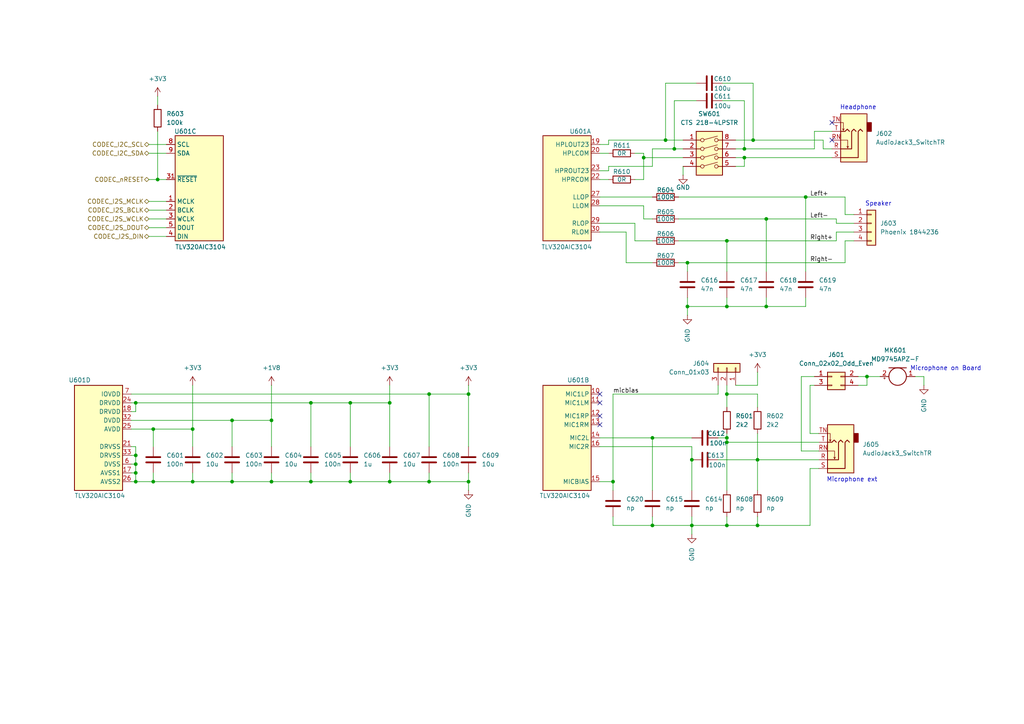
<source format=kicad_sch>
(kicad_sch (version 20250114) (generator "eeschema") (generator_version "9.0")
  (paper "A4")
  (lib_symbols
    (symbol "+3V3_1" (power) (pin_numbers (hide yes)) (pin_names (offset 0) (hide yes))
      (property "Value" "+3V3" (at 0 3.556 0))
      (symbol "+3V3_1_0_1"
        (polyline (pts (xy -0.762 1.27) (xy 0 2.54)))
        (polyline (pts (xy 0 2.54) (xy 0.762 1.27)))
        (polyline (pts (xy 0 0) (xy 0 2.54)))
      )
      (symbol "+3V3_1_1_1"
        (pin power_in line (at 0 0 90) (length 0) (name "~") (number "1"))
      )
    )
    (symbol "Connector_Audio:AudioJack3_SwitchTR"
      (property "Reference" "J" (at 0 8.89 0))
      (property "Value" "AudioJack3_SwitchTR" (at 0 6.35 0))
      (symbol "AudioJack3_SwitchTR_0_1"
        (rectangle (start -5.08 -5.08) (end -6.35 -7.62) (stroke (width 0.254)) (fill (type outline)))
        (polyline (pts (xy -1.905 -5.08) (xy -1.27 -5.715) (xy -0.635 -5.08) (xy -0.635 0) (xy 2.54 0)) (stroke (width 0.254)))
        (polyline (pts (xy 0 -5.08) (xy 0.635 -5.715) (xy 1.27 -5.08) (xy 2.54 -5.08)) (stroke (width 0.254)))
        (polyline (pts (xy 0.508 -0.254) (xy 0.762 -0.762)))
        (polyline (pts (xy 1.778 -5.334) (xy 2.032 -5.842)))
        (rectangle (start 2.54 3.81) (end -5.08 -10.16) (stroke (width 0.254)) (fill (type background)))
        (polyline (pts (xy 2.54 2.54) (xy -2.54 2.54) (xy -2.54 -5.08) (xy -3.175 -5.715) (xy -3.81 -5.08)) (stroke (width 0.254)))
        (polyline (pts (xy 2.54 -2.54) (xy 0.508 -2.54) (xy 0.508 -0.254) (xy 0.254 -0.762)))
        (polyline (pts (xy 2.54 -7.62) (xy 1.778 -7.62) (xy 1.778 -5.334) (xy 1.524 -5.842)))
      )
      (symbol "AudioJack3_SwitchTR_1_1"
        (pin passive line (at 5.08 2.54 180) (length 2.54) (name "~") (number "S"))
        (pin passive line (at 5.08 0 180) (length 2.54) (name "~") (number "R"))
        (pin passive line (at 5.08 -2.54 180) (length 2.54) (name "~") (number "RN"))
        (pin passive line (at 5.08 -5.08 180) (length 2.54) (name "~") (number "T"))
        (pin passive line (at 5.08 -7.62 180) (length 2.54) (name "~") (number "TN"))
      )
    )
    (symbol "Connector_Generic:Conn_01x03" (pin_names (offset 1.016) (hide yes))
      (property "Reference" "J" (at 0 5.08 0))
      (property "Value" "Conn_01x03" (at 0 -5.08 0))
      (symbol "Conn_01x03_1_1"
        (rectangle (start -1.27 3.81) (end 1.27 -3.81) (stroke (width 0.254)) (fill (type background)))
        (rectangle (start -1.27 2.667) (end 0 2.413) (stroke (width 0.1524)))
        (rectangle (start -1.27 0.127) (end 0 -0.127) (stroke (width 0.1524)))
        (rectangle (start -1.27 -2.413) (end 0 -2.667) (stroke (width 0.1524)))
        (pin passive line (at -5.08 2.54 0) (length 3.81) (name "Pin_1") (number "1"))
        (pin passive line (at -5.08 0 0) (length 3.81) (name "Pin_2") (number "2"))
        (pin passive line (at -5.08 -2.54 0) (length 3.81) (name "Pin_3") (number "3"))
      )
    )
    (symbol "Connector_Generic:Conn_01x04" (pin_names (offset 1.016) (hide yes))
      (property "Reference" "J" (at 0 5.08 0))
      (property "Value" "Conn_01x04" (at 0 -7.62 0))
      (symbol "Conn_01x04_1_1"
        (rectangle (start -1.27 3.81) (end 1.27 -6.35) (stroke (width 0.254)) (fill (type background)))
        (rectangle (start -1.27 2.667) (end 0 2.413) (stroke (width 0.1524)))
        (rectangle (start -1.27 0.127) (end 0 -0.127) (stroke (width 0.1524)))
        (rectangle (start -1.27 -2.413) (end 0 -2.667) (stroke (width 0.1524)))
        (rectangle (start -1.27 -4.953) (end 0 -5.207) (stroke (width 0.1524)))
        (pin passive line (at -5.08 2.54 0) (length 3.81) (name "Pin_1") (number "1"))
        (pin passive line (at -5.08 0 0) (length 3.81) (name "Pin_2") (number "2"))
        (pin passive line (at -5.08 -2.54 0) (length 3.81) (name "Pin_3") (number "3"))
        (pin passive line (at -5.08 -5.08 0) (length 3.81) (name "Pin_4") (number "4"))
      )
    )
    (symbol "Connector_Generic:Conn_02x02_Odd_Even" (pin_names (offset 1.016) (hide yes))
      (property "Reference" "J" (at 1.27 2.54 0))
      (property "Value" "Conn_02x02_Odd_Even" (at 1.27 -5.08 0))
      (symbol "Conn_02x02_Odd_Even_1_1"
        (rectangle (start -1.27 1.27) (end 3.81 -3.81) (stroke (width 0.254)) (fill (type background)))
        (rectangle (start -1.27 0.127) (end 0 -0.127) (stroke (width 0.1524)))
        (rectangle (start -1.27 -2.413) (end 0 -2.667) (stroke (width 0.1524)))
        (rectangle (start 3.81 0.127) (end 2.54 -0.127) (stroke (width 0.1524)))
        (rectangle (start 3.81 -2.413) (end 2.54 -2.667) (stroke (width 0.1524)))
        (pin passive line (at -5.08 0 0) (length 3.81) (name "Pin_1") (number "1"))
        (pin passive line (at -5.08 -2.54 0) (length 3.81) (name "Pin_3") (number "3"))
        (pin passive line (at 7.62 0 180) (length 3.81) (name "Pin_2") (number "2"))
        (pin passive line (at 7.62 -2.54 180) (length 3.81) (name "Pin_4") (number "4"))
      )
    )
    (symbol "Device:C" (pin_numbers (hide yes)) (pin_names (offset 0.254))
      (property "Reference" "C" (at 0.635 2.54 0))
      (property "Value" "C" (at 0.635 -2.54 0))
      (symbol "C_0_1"
        (polyline (pts (xy -2.032 0.762) (xy 2.032 0.762)) (stroke (width 0.508)))
        (polyline (pts (xy -2.032 -0.762) (xy 2.032 -0.762)) (stroke (width 0.508)))
      )
      (symbol "C_1_1"
        (pin passive line (at 0 3.81 270) (length 2.794) (name "~") (number "1"))
        (pin passive line (at 0 -3.81 90) (length 2.794) (name "~") (number "2"))
      )
    )
    (symbol "Device:Microphone" (pin_names (offset 0.0254) (hide yes))
      (property "Reference" "MK" (at -3.81 1.27 0))
      (property "Value" "Microphone" (at -3.81 -0.635 0))
      (symbol "Microphone_0_1"
        (polyline (pts (xy -2.54 2.54) (xy -2.54 -2.54)) (stroke (width 0.254)))
        (circle (center 0 0) (radius 2.54) (stroke (width 0.254)))
        (polyline (pts (xy 0.254 3.81) (xy 0.762 3.81)))
        (polyline (pts (xy 0.508 4.064) (xy 0.508 3.556)))
      )
      (symbol "Microphone_1_1"
        (pin passive line (at 0 5.08 270) (length 2.54) (name "+") (number "2"))
        (pin passive line (at 0 -5.08 90) (length 2.54) (name "-") (number "1"))
      )
    )
    (symbol "Device:R" (pin_numbers (hide yes)) (pin_names (offset 0))
      (property "Reference" "R" (at 2.032 0 90))
      (property "Value" "R" (at 0 0 90))
      (symbol "R_0_1"
        (rectangle (start -1.016 -2.54) (end 1.016 2.54) (stroke (width 0.254)))
      )
      (symbol "R_1_1"
        (pin passive line (at 0 3.81 270) (length 1.27) (name "~") (number "1"))
        (pin passive line (at 0 -3.81 90) (length 1.27) (name "~") (number "2"))
      )
    )
    (symbol "GND_1" (power) (pin_numbers (hide yes)) (pin_names (offset 0) (hide yes))
      (property "Value" "GND" (at 0 -3.81 0))
      (symbol "GND_1_0_1"
        (polyline (pts (xy 0 0) (xy 0 -1.27) (xy 1.27 -1.27) (xy 0 -2.54) (xy -1.27 -1.27) (xy 0 -1.27)))
      )
      (symbol "GND_1_1_1"
        (pin power_in line (at 0 0 270) (length 0) (name "~") (number "1"))
      )
    )
    (symbol "Switch:SW_DIP_x04" (pin_names (offset 0) (hide yes))
      (property "Reference" "SW" (at 0 8.89 0))
      (property "Value" "SW_DIP_x04" (at 0 -6.35 0))
      (symbol "SW_DIP_x04_0_0"
        (circle (center -2.032 5.08) (radius 0.508))
        (circle (center -2.032 2.54) (radius 0.508))
        (circle (center -2.032 0) (radius 0.508))
        (circle (center -2.032 -2.54) (radius 0.508))
        (polyline (pts (xy -1.524 5.207) (xy 2.3622 6.2484)))
        (polyline (pts (xy -1.524 2.667) (xy 2.3622 3.7084)))
        (polyline (pts (xy -1.524 0.127) (xy 2.3622 1.1684)))
        (polyline (pts (xy -1.524 -2.3876) (xy 2.3622 -1.3462)))
        (circle (center 2.032 5.08) (radius 0.508))
        (circle (center 2.032 2.54) (radius 0.508))
        (circle (center 2.032 0) (radius 0.508))
        (circle (center 2.032 -2.54) (radius 0.508))
      )
      (symbol "SW_DIP_x04_0_1"
        (rectangle (start -3.81 7.62) (end 3.81 -5.08) (stroke (width 0.254)) (fill (type background)))
      )
      (symbol "SW_DIP_x04_1_1"
        (pin passive line (at -7.62 5.08 0) (length 5.08) (name "~") (number "1"))
        (pin passive line (at -7.62 2.54 0) (length 5.08) (name "~") (number "2"))
        (pin passive line (at -7.62 0 0) (length 5.08) (name "~") (number "3"))
        (pin passive line (at -7.62 -2.54 0) (length 5.08) (name "~") (number "4"))
        (pin passive line (at 7.62 5.08 180) (length 5.08) (name "~") (number "8"))
        (pin passive line (at 7.62 2.54 180) (length 5.08) (name "~") (number "7"))
        (pin passive line (at 7.62 0 180) (length 5.08) (name "~") (number "6"))
        (pin passive line (at 7.62 -2.54 180) (length 5.08) (name "~") (number "5"))
      )
    )
    (symbol "myParts:TLV320AIC3104"
      (property "Reference" "U" (at 1.016 1.27 0))
      (property "Value" "TLV320AIC3104" (at 7.112 -32.004 0))
      (symbol "TLV320AIC3104_1_1"
        (rectangle (start 0 0) (end 13.97 -30.48) (stroke (width 0.254)) (fill (type background)))
        (pin output line (at -2.54 -2.54 0) (length 2.54) (name "HPLOUT23") (number "19"))
        (pin output line (at -2.54 -5.08 0) (length 2.54) (name "HPLCOM") (number "20"))
        (pin output line (at -2.54 -10.16 0) (length 2.54) (name "HPROUT23") (number "23"))
        (pin output line (at -2.54 -12.7 0) (length 2.54) (name "HPRCOM") (number "22"))
        (pin output line (at -2.54 -17.78 0) (length 2.54) (name "LLOP") (number "27"))
        (pin output line (at -2.54 -20.32 0) (length 2.54) (name "LLOM") (number "28"))
        (pin output line (at -2.54 -25.4 0) (length 2.54) (name "RLOP") (number "29"))
        (pin output line (at -2.54 -27.94 0) (length 2.54) (name "RLOM") (number "30"))
      )
      (symbol "TLV320AIC3104_2_1"
        (rectangle (start 0 0) (end 13.97 -30.48) (stroke (width 0.254)) (fill (type background)))
        (pin input line (at -2.54 -2.54 0) (length 2.54) (name "MIC1LP") (number "10"))
        (pin input line (at -2.54 -5.08 0) (length 2.54) (name "MIC1LM") (number "11"))
        (pin input line (at -2.54 -8.89 0) (length 2.54) (name "MIC1RP") (number "12"))
        (pin input line (at -2.54 -11.43 0) (length 2.54) (name "MIC1RM") (number "13"))
        (pin input line (at -2.54 -15.24 0) (length 2.54) (name "MIC2L") (number "14"))
        (pin input line (at -2.54 -17.78 0) (length 2.54) (name "MIC2R") (number "16"))
        (pin output line (at -2.54 -27.94 0) (length 2.54) (name "MICBIAS") (number "15"))
      )
      (symbol "TLV320AIC3104_3_1"
        (rectangle (start 0 0) (end 13.97 -30.48) (stroke (width 0.254)) (fill (type background)))
        (pin bidirectional line (at -2.54 -2.54 0) (length 2.54) (name "SCL") (number "8"))
        (pin bidirectional line (at -2.54 -5.08 0) (length 2.54) (name "SDA") (number "9"))
        (pin input line (at -2.54 -12.7 0) (length 2.54) (name "~{RESET}") (number "31"))
        (pin input line (at -2.54 -19.05 0) (length 2.54) (name "MCLK") (number "1"))
        (pin bidirectional line (at -2.54 -21.59 0) (length 2.54) (name "BCLK") (number "2"))
        (pin bidirectional line (at -2.54 -24.13 0) (length 2.54) (name "WCLK") (number "3"))
        (pin output line (at -2.54 -26.67 0) (length 2.54) (name "DOUT") (number "5"))
        (pin input line (at -2.54 -29.21 0) (length 2.54) (name "DIN") (number "4"))
      )
      (symbol "TLV320AIC3104_4_1"
        (rectangle (start 0 0) (end 13.97 -30.48) (stroke (width 0.254)) (fill (type background)))
        (pin power_in line (at 16.51 -2.54 180) (length 2.54) (name "IOVDD") (number "7"))
        (pin power_in line (at 16.51 -5.08 180) (length 2.54) (name "DRVDD") (number "24"))
        (pin power_in line (at 16.51 -7.62 180) (length 2.54) (name "DRVDD") (number "18"))
        (pin power_in line (at 16.51 -10.16 180) (length 2.54) (name "DVDD") (number "32"))
        (pin power_in line (at 16.51 -12.7 180) (length 2.54) (name "AVDD") (number "25"))
        (pin power_in line (at 16.51 -17.78 180) (length 2.54) (name "DRVSS") (number "21"))
        (pin power_in line (at 16.51 -20.32 180) (length 2.54) (name "DRVSS") (number "33"))
        (pin power_in line (at 16.51 -22.86 180) (length 2.54) (name "DVSS") (number "6"))
        (pin power_in line (at 16.51 -25.4 180) (length 2.54) (name "AVSS1") (number "17"))
        (pin power_in line (at 16.51 -27.94 180) (length 2.54) (name "AVSS2") (number "26"))
      )
    )
    (symbol "power:+1V8" (power) (pin_numbers (hide yes)) (pin_names (offset 0) (hide yes))
      (property "Value" "+1V8" (at 0 3.556 0))
      (symbol "+1V8_0_1"
        (polyline (pts (xy -0.762 1.27) (xy 0 2.54)))
        (polyline (pts (xy 0 2.54) (xy 0.762 1.27)))
        (polyline (pts (xy 0 0) (xy 0 2.54)))
      )
      (symbol "+1V8_1_1"
        (pin power_in line (at 0 0 90) (length 0) (name "~") (number "1"))
      )
    )
  )
  (text "Speaker" (at 254.762 59.182 0) (effects (font (size 1.27 1.27))))
  (text "Microphone ext" (at 247.142 139.192 0) (effects (font (size 1.27 1.27))))
  (text "Headphone" (at 248.92 31.242 0) (effects (font (size 1.27 1.27))))
  (text "Microphone on Board" (at 274.32 106.934 0) (effects (font (size 1.27 1.27))))
  (junction (at 210.82 88.9))
  (junction (at 124.46 114.3))
  (junction (at 210.82 128.27))
  (junction (at 186.69 45.72))
  (junction (at 177.8 139.7))
  (junction (at 90.17 116.84))
  (junction (at 39.37 132.08))
  (junction (at 135.89 114.3))
  (junction (at 90.17 139.7))
  (junction (at 101.6 139.7))
  (junction (at 189.23 127))
  (junction (at 44.45 124.46))
  (junction (at 199.39 76.2))
  (junction (at 44.45 139.7))
  (junction (at 219.71 152.4))
  (junction (at 55.88 124.46))
  (junction (at 67.31 139.7))
  (junction (at 222.25 88.9))
  (junction (at 189.23 152.4))
  (junction (at 210.82 114.3))
  (junction (at 210.82 152.4))
  (junction (at 135.89 139.7))
  (junction (at 101.6 116.84))
  (junction (at 199.39 88.9))
  (junction (at 193.04 40.64))
  (junction (at 219.71 133.35))
  (junction (at 215.9 43.18))
  (junction (at 39.37 116.84))
  (junction (at 39.37 139.7))
  (junction (at 45.72 52.07))
  (junction (at 200.66 133.35))
  (junction (at 233.68 57.15))
  (junction (at 210.82 127))
  (junction (at 195.58 43.18))
  (junction (at 39.37 134.62))
  (junction (at 124.46 139.7))
  (junction (at 55.88 139.7))
  (junction (at 113.03 139.7))
  (junction (at 218.44 40.64))
  (junction (at 78.74 139.7))
  (junction (at 210.82 69.85))
  (junction (at 113.03 116.84))
  (junction (at 200.66 152.4))
  (junction (at 222.25 63.5))
  (junction (at 78.74 121.92))
  (junction (at 251.46 109.22))
  (junction (at 215.9 45.72))
  (junction (at 67.31 121.92))
  (junction (at 39.37 137.16))
  (no_connect (at 173.99 123.19))
  (no_connect (at 241.3 35.56))
  (no_connect (at 241.3 40.64))
  (no_connect (at 173.99 120.65))
  (no_connect (at 173.99 116.84))
  (no_connect (at 173.99 114.3))
  (wire (pts (xy 67.31 129.54) (xy 67.31 121.92)))
  (wire (pts (xy 210.82 111.76) (xy 210.82 114.3)))
  (wire (pts (xy 196.85 63.5) (xy 222.25 63.5)))
  (wire (pts (xy 176.53 41.91) (xy 176.53 40.64)))
  (wire (pts (xy 201.93 29.21) (xy 195.58 29.21)))
  (wire (pts (xy 213.36 48.26) (xy 215.9 48.26)))
  (wire (pts (xy 241.3 43.18) (xy 238.76 43.18)))
  (wire (pts (xy 44.45 129.54) (xy 44.45 124.46)))
  (wire (pts (xy 236.22 109.22) (xy 232.41 109.22)))
  (wire (pts (xy 78.74 139.7) (xy 90.17 139.7)))
  (wire (pts (xy 45.72 27.94) (xy 45.72 30.48)))
  (wire (pts (xy 233.68 57.15) (xy 233.68 78.74)))
  (wire (pts (xy 251.46 109.22) (xy 248.92 109.22)))
  (wire (pts (xy 210.82 128.27) (xy 237.49 128.27)))
  (wire (pts (xy 195.58 29.21) (xy 195.58 43.18)))
  (wire (pts (xy 39.37 116.84) (xy 90.17 116.84)))
  (wire (pts (xy 135.89 139.7) (xy 135.89 142.24)))
  (wire (pts (xy 90.17 139.7) (xy 101.6 139.7)))
  (wire (pts (xy 101.6 116.84) (xy 90.17 116.84)))
  (wire (pts (xy 181.61 76.2) (xy 189.23 76.2)))
  (wire (pts (xy 173.99 139.7) (xy 177.8 139.7)))
  (wire (pts (xy 45.72 38.1) (xy 45.72 52.07)))
  (wire (pts (xy 39.37 134.62) (xy 39.37 137.16)))
  (wire (pts (xy 234.95 135.89) (xy 234.95 152.4)))
  (wire (pts (xy 78.74 111.76) (xy 78.74 121.92)))
  (wire (pts (xy 101.6 137.16) (xy 101.6 139.7)))
  (wire (pts (xy 210.82 127) (xy 210.82 125.73)))
  (wire (pts (xy 200.66 133.35) (xy 200.66 142.24)))
  (wire (pts (xy 219.71 125.73) (xy 219.71 133.35)))
  (wire (pts (xy 200.66 152.4) (xy 200.66 149.86)))
  (wire (pts (xy 222.25 88.9) (xy 210.82 88.9)))
  (wire (pts (xy 222.25 63.5) (xy 242.57 63.5)))
  (wire (pts (xy 222.25 86.36) (xy 222.25 88.9)))
  (wire (pts (xy 39.37 119.38) (xy 39.37 116.84)))
  (wire (pts (xy 55.88 124.46) (xy 55.88 129.54)))
  (wire (pts (xy 245.11 69.85) (xy 247.65 69.85)))
  (wire (pts (xy 199.39 88.9) (xy 199.39 91.44)))
  (wire (pts (xy 55.88 137.16) (xy 55.88 139.7)))
  (wire (pts (xy 200.66 152.4) (xy 200.66 154.94)))
  (wire (pts (xy 237.49 135.89) (xy 234.95 135.89)))
  (wire (pts (xy 43.18 63.5) (xy 48.26 63.5)))
  (wire (pts (xy 213.36 40.64) (xy 218.44 40.64)))
  (wire (pts (xy 173.99 64.77) (xy 184.15 64.77)))
  (wire (pts (xy 78.74 129.54) (xy 78.74 121.92)))
  (wire (pts (xy 135.89 137.16) (xy 135.89 139.7)))
  (wire (pts (xy 237.49 125.73) (xy 234.95 125.73)))
  (wire (pts (xy 238.76 43.18) (xy 238.76 40.64)))
  (wire (pts (xy 189.23 127) (xy 200.66 127)))
  (wire (pts (xy 210.82 152.4) (xy 219.71 152.4)))
  (wire (pts (xy 213.36 45.72) (xy 215.9 45.72)))
  (wire (pts (xy 124.46 139.7) (xy 135.89 139.7)))
  (wire (pts (xy 124.46 114.3) (xy 124.46 129.54)))
  (wire (pts (xy 210.82 69.85) (xy 210.82 78.74)))
  (wire (pts (xy 199.39 78.74) (xy 199.39 76.2)))
  (wire (pts (xy 210.82 86.36) (xy 210.82 88.9)))
  (wire (pts (xy 39.37 139.7) (xy 44.45 139.7)))
  (wire (pts (xy 232.41 109.22) (xy 232.41 130.81)))
  (wire (pts (xy 186.69 52.07) (xy 186.69 45.72)))
  (wire (pts (xy 38.1 114.3) (xy 124.46 114.3)))
  (wire (pts (xy 38.1 119.38) (xy 39.37 119.38)))
  (wire (pts (xy 177.8 149.86) (xy 177.8 152.4)))
  (wire (pts (xy 176.53 40.64) (xy 193.04 40.64)))
  (wire (pts (xy 135.89 129.54) (xy 135.89 114.3)))
  (wire (pts (xy 173.99 127) (xy 189.23 127)))
  (wire (pts (xy 193.04 40.64) (xy 198.12 40.64)))
  (wire (pts (xy 219.71 133.35) (xy 237.49 133.35)))
  (wire (pts (xy 245.11 62.23) (xy 245.11 57.15)))
  (wire (pts (xy 242.57 67.31) (xy 247.65 67.31)))
  (wire (pts (xy 233.68 57.15) (xy 245.11 57.15)))
  (wire (pts (xy 210.82 118.11) (xy 210.82 114.3)))
  (wire (pts (xy 186.69 59.69) (xy 186.69 63.5)))
  (wire (pts (xy 219.71 152.4) (xy 234.95 152.4)))
  (wire (pts (xy 199.39 76.2) (xy 196.85 76.2)))
  (wire (pts (xy 208.28 133.35) (xy 219.71 133.35)))
  (wire (pts (xy 38.1 129.54) (xy 39.37 129.54)))
  (wire (pts (xy 39.37 132.08) (xy 39.37 134.62)))
  (wire (pts (xy 199.39 88.9) (xy 199.39 86.36)))
  (wire (pts (xy 215.9 43.18) (xy 236.22 43.18)))
  (wire (pts (xy 245.11 76.2) (xy 245.11 69.85)))
  (wire (pts (xy 177.8 114.3) (xy 208.28 114.3)))
  (wire (pts (xy 39.37 139.7) (xy 39.37 137.16)))
  (wire (pts (xy 193.04 24.13) (xy 193.04 40.64)))
  (wire (pts (xy 242.57 63.5) (xy 242.57 64.77)))
  (wire (pts (xy 55.88 111.76) (xy 55.88 124.46)))
  (wire (pts (xy 242.57 67.31) (xy 242.57 69.85)))
  (wire (pts (xy 210.82 69.85) (xy 242.57 69.85)))
  (wire (pts (xy 218.44 40.64) (xy 238.76 40.64)))
  (wire (pts (xy 215.9 45.72) (xy 215.9 48.26)))
  (wire (pts (xy 43.18 68.58) (xy 48.26 68.58)))
  (wire (pts (xy 233.68 88.9) (xy 222.25 88.9)))
  (wire (pts (xy 208.28 114.3) (xy 208.28 111.76)))
  (wire (pts (xy 124.46 114.3) (xy 135.89 114.3)))
  (wire (pts (xy 43.18 52.07) (xy 45.72 52.07)))
  (wire (pts (xy 177.8 152.4) (xy 189.23 152.4)))
  (wire (pts (xy 267.97 109.22) (xy 267.97 111.76)))
  (wire (pts (xy 173.99 59.69) (xy 186.69 59.69)))
  (wire (pts (xy 135.89 111.76) (xy 135.89 114.3)))
  (wire (pts (xy 210.82 88.9) (xy 199.39 88.9)))
  (wire (pts (xy 101.6 129.54) (xy 101.6 116.84)))
  (wire (pts (xy 177.8 139.7) (xy 177.8 142.24)))
  (wire (pts (xy 173.99 49.53) (xy 176.53 49.53)))
  (wire (pts (xy 218.44 40.64) (xy 218.44 24.13)))
  (wire (pts (xy 213.36 111.76) (xy 219.71 111.76)))
  (wire (pts (xy 184.15 52.07) (xy 186.69 52.07)))
  (wire (pts (xy 78.74 137.16) (xy 78.74 139.7)))
  (wire (pts (xy 219.71 118.11) (xy 219.71 114.3)))
  (wire (pts (xy 200.66 129.54) (xy 200.66 133.35)))
  (wire (pts (xy 44.45 124.46) (xy 55.88 124.46)))
  (wire (pts (xy 251.46 109.22) (xy 255.27 109.22)))
  (wire (pts (xy 234.95 111.76) (xy 234.95 125.73)))
  (wire (pts (xy 242.57 64.77) (xy 247.65 64.77)))
  (wire (pts (xy 67.31 139.7) (xy 78.74 139.7)))
  (wire (pts (xy 196.85 69.85) (xy 210.82 69.85)))
  (wire (pts (xy 173.99 44.45) (xy 176.53 44.45)))
  (wire (pts (xy 113.03 139.7) (xy 124.46 139.7)))
  (wire (pts (xy 39.37 129.54) (xy 39.37 132.08)))
  (wire (pts (xy 265.43 109.22) (xy 267.97 109.22)))
  (wire (pts (xy 38.1 116.84) (xy 39.37 116.84)))
  (wire (pts (xy 101.6 139.7) (xy 113.03 139.7)))
  (wire (pts (xy 173.99 52.07) (xy 176.53 52.07)))
  (wire (pts (xy 186.69 44.45) (xy 184.15 44.45)))
  (wire (pts (xy 201.93 24.13) (xy 193.04 24.13)))
  (wire (pts (xy 233.68 86.36) (xy 233.68 88.9)))
  (wire (pts (xy 45.72 52.07) (xy 48.26 52.07)))
  (wire (pts (xy 90.17 129.54) (xy 90.17 116.84)))
  (wire (pts (xy 173.99 67.31) (xy 181.61 67.31)))
  (wire (pts (xy 184.15 69.85) (xy 189.23 69.85)))
  (wire (pts (xy 236.22 38.1) (xy 236.22 43.18)))
  (wire (pts (xy 78.74 121.92) (xy 67.31 121.92)))
  (wire (pts (xy 186.69 63.5) (xy 189.23 63.5)))
  (wire (pts (xy 222.25 63.5) (xy 222.25 78.74)))
  (wire (pts (xy 90.17 137.16) (xy 90.17 139.7)))
  (wire (pts (xy 186.69 45.72) (xy 198.12 45.72)))
  (wire (pts (xy 113.03 116.84) (xy 101.6 116.84)))
  (wire (pts (xy 247.65 62.23) (xy 245.11 62.23)))
  (wire (pts (xy 251.46 111.76) (xy 251.46 109.22)))
  (wire (pts (xy 189.23 48.26) (xy 189.23 43.18)))
  (wire (pts (xy 44.45 139.7) (xy 55.88 139.7)))
  (wire (pts (xy 215.9 29.21) (xy 215.9 43.18)))
  (wire (pts (xy 55.88 139.7) (xy 67.31 139.7)))
  (wire (pts (xy 43.18 66.04) (xy 48.26 66.04)))
  (wire (pts (xy 209.55 29.21) (xy 215.9 29.21)))
  (wire (pts (xy 173.99 57.15) (xy 189.23 57.15)))
  (wire (pts (xy 186.69 45.72) (xy 186.69 44.45)))
  (wire (pts (xy 218.44 24.13) (xy 209.55 24.13)))
  (wire (pts (xy 43.18 41.91) (xy 48.26 41.91)))
  (wire (pts (xy 198.12 48.26) (xy 198.12 50.8)))
  (wire (pts (xy 67.31 121.92) (xy 38.1 121.92)))
  (wire (pts (xy 215.9 45.72) (xy 241.3 45.72)))
  (wire (pts (xy 210.82 128.27) (xy 210.82 142.24)))
  (wire (pts (xy 67.31 137.16) (xy 67.31 139.7)))
  (wire (pts (xy 181.61 67.31) (xy 181.61 76.2)))
  (wire (pts (xy 173.99 41.91) (xy 176.53 41.91)))
  (wire (pts (xy 43.18 58.42) (xy 48.26 58.42)))
  (wire (pts (xy 195.58 43.18) (xy 198.12 43.18)))
  (wire (pts (xy 113.03 129.54) (xy 113.03 116.84)))
  (wire (pts (xy 176.53 49.53) (xy 176.53 48.26)))
  (wire (pts (xy 248.92 111.76) (xy 251.46 111.76)))
  (wire (pts (xy 219.71 114.3) (xy 210.82 114.3)))
  (wire (pts (xy 43.18 60.96) (xy 48.26 60.96)))
  (wire (pts (xy 189.23 152.4) (xy 200.66 152.4)))
  (wire (pts (xy 210.82 127) (xy 210.82 128.27)))
  (wire (pts (xy 200.66 152.4) (xy 210.82 152.4)))
  (wire (pts (xy 219.71 107.95) (xy 219.71 111.76)))
  (wire (pts (xy 38.1 139.7) (xy 39.37 139.7)))
  (wire (pts (xy 124.46 139.7) (xy 124.46 137.16)))
  (wire (pts (xy 199.39 76.2) (xy 245.11 76.2)))
  (wire (pts (xy 176.53 48.26) (xy 189.23 48.26)))
  (wire (pts (xy 113.03 111.76) (xy 113.03 116.84)))
  (wire (pts (xy 38.1 132.08) (xy 39.37 132.08)))
  (wire (pts (xy 44.45 124.46) (xy 38.1 124.46)))
  (wire (pts (xy 237.49 130.81) (xy 232.41 130.81)))
  (wire (pts (xy 196.85 57.15) (xy 233.68 57.15)))
  (wire (pts (xy 113.03 137.16) (xy 113.03 139.7)))
  (wire (pts (xy 39.37 137.16) (xy 38.1 137.16)))
  (wire (pts (xy 189.23 127) (xy 189.23 142.24)))
  (wire (pts (xy 215.9 43.18) (xy 213.36 43.18)))
  (wire (pts (xy 241.3 38.1) (xy 236.22 38.1)))
  (wire (pts (xy 173.99 129.54) (xy 200.66 129.54)))
  (wire (pts (xy 219.71 133.35) (xy 219.71 142.24)))
  (wire (pts (xy 189.23 149.86) (xy 189.23 152.4)))
  (wire (pts (xy 210.82 152.4) (xy 210.82 149.86)))
  (wire (pts (xy 184.15 64.77) (xy 184.15 69.85)))
  (wire (pts (xy 219.71 152.4) (xy 219.71 149.86)))
  (wire (pts (xy 38.1 134.62) (xy 39.37 134.62)))
  (wire (pts (xy 44.45 137.16) (xy 44.45 139.7)))
  (wire (pts (xy 189.23 43.18) (xy 195.58 43.18)))
  (wire (pts (xy 234.95 111.76) (xy 236.22 111.76)))
  (wire (pts (xy 177.8 114.3) (xy 177.8 139.7)))
  (wire (pts (xy 43.18 44.45) (xy 48.26 44.45)))
  (wire (pts (xy 208.28 127) (xy 210.82 127)))
  (label "Right+" (at 234.95 69.85 0))
  (label "Left+" (at 234.95 57.15 0))
  (label "Left-" (at 234.95 63.5 0))
  (label "Right-" (at 234.95 76.2 0))
  (label "micbias" (at 177.8 114.3 0))
  (hierarchical_label "CODEC_I2C_SCL" (shape bidirectional) (at 43.18 41.91 180))
  (hierarchical_label "CODEC_I2S_MCLK" (shape bidirectional) (at 43.18 58.42 180))
  (hierarchical_label "CODEC_I2S_WCLK" (shape bidirectional) (at 43.18 63.5 180))
  (hierarchical_label "CODEC_I2S_DOUT" (shape bidirectional) (at 43.18 66.04 180))
  (hierarchical_label "CODEC_nRESET" (shape bidirectional) (at 43.18 52.07 180))
  (hierarchical_label "CODEC_I2S_BCLK" (shape bidirectional) (at 43.18 60.96 180))
  (hierarchical_label "CODEC_I2S_DIN" (shape bidirectional) (at 43.18 68.58 180))
  (hierarchical_label "CODEC_I2C_SDA" (shape bidirectional) (at 43.18 44.45 180))
  (symbol (lib_id "Device:C") (at 205.74 29.21 90) (unit 1)
    (property "Reference" "C611" (at 209.55 27.94 90))
    (property "Value" "100u" (at 209.55 30.734 90))
    (property "Footprint" "Capacitor_SMD:C_0603_1608Metric" (effects (hide yes)))
    (property "Description" "Unpolarized capacitor" (effects (hide yes)))
  )
  (symbol (lib_id "Device:C") (at 78.74 133.35 180) (unit 1)
    (property "Reference" "C604" (at 82.55 132.0799 0) (effects (justify right)))
    (property "Value" "10u" (at 82.55 134.6199 0) (effects (justify right)))
    (property "Footprint" "Capacitor_SMD:C_0603_1608Metric" (effects (hide yes)))
    (property "Description" "Unpolarized capacitor" (effects (hide yes)))
  )
  (symbol (lib_name "+3V3_1") (lib_id "power:+3V3") (at 55.88 111.76 0) (unit 1)
    (property "Reference" "#PWR0601" (effects (hide yes)))
    (property "Value" "+3V3" (at 55.88 106.68 0))
    (property "Description" "Power symbol creates a global label with name \"+3V3\"" (effects (hide yes)))
  )
  (symbol (lib_id "Switch:SW_DIP_x04") (at 205.74 45.72 0) (unit 1)
    (property "Reference" "SW601" (at 205.74 33.02 0))
    (property "Value" "CTS 218-4LPSTR" (at 205.74 35.56 0))
    (property "Footprint" "Package_SO:SSOP-8_3.9x5.05mm_P1.27mm" (effects (hide yes)))
    (property "Description" "4x DIP Switch, Single Pole Single Throw (SPST) switch, small symbol" (effects (hide yes)))
  )
  (symbol (lib_id "myParts:TLV320AIC3104") (at 171.45 39.37 0) (mirror y) (unit 1)
    (property "Reference" "U601" (at 171.45 38.1 0) (effects (justify left)))
    (property "Value" "TLV320AIC3104" (at 171.704 71.628 0) (effects (justify left)))
    (property "Footprint" "Package_DFN_QFN:VQFN-32-1EP_5x5mm_P0.5mm_EP3.1x3.1mm" (effects (hide yes)))
  )
  (symbol (lib_id "Device:Microphone") (at 260.35 109.22 90) (mirror x) (unit 1)
    (property "Reference" "MK601" (at 259.6515 101.6 90))
    (property "Value" "MD9745APZ-F" (at 259.6515 104.14 90))
    (property "Footprint" "Connector_PinHeader_2.54mm:PinHeader_1x02_P2.54mm_Vertical" (effects (hide yes)))
    (property "Description" "Microphone" (effects (hide yes)))
  )
  (symbol (lib_id "myParts:TLV320AIC3104") (at 21.59 111.76 0) (unit 4)
    (property "Reference" "U601" (at 23.114 110.236 0))
    (property "Value" "TLV320AIC3104" (at 28.956 143.764 0))
    (property "Footprint" "Package_DFN_QFN:VQFN-32-1EP_5x5mm_P0.5mm_EP3.1x3.1mm" (effects (hide yes)))
  )
  (symbol (lib_id "Device:C") (at 233.68 82.55 0) (unit 1)
    (property "Reference" "C619" (at 237.49 81.2799 0) (effects (justify left)))
    (property "Value" "47n" (at 237.49 83.8199 0) (effects (justify left)))
    (property "Footprint" "Capacitor_SMD:C_0603_1608Metric_Pad1.08x0.95mm_HandSolder" (effects (hide yes)))
    (property "Description" "Unpolarized capacitor" (effects (hide yes)))
  )
  (symbol (lib_name "+3V3_1") (lib_id "power:+3V3") (at 219.71 107.95 0) (unit 1)
    (property "Reference" "#PWR0609" (effects (hide yes)))
    (property "Value" "+3V3" (at 219.71 102.87 0))
    (property "Description" "Power symbol creates a global label with name \"+3V3\"" (effects (hide yes)))
  )
  (symbol (lib_id "Device:R") (at 193.04 57.15 90) (unit 1)
    (property "Reference" "R604" (at 193.04 55.118 90))
    (property "Value" "100R" (at 193.04 57.15 90))
    (property "Footprint" "Resistor_SMD:R_0603_1608Metric_Pad0.98x0.95mm_HandSolder" (effects (hide yes)))
    (property "Description" "Resistor" (effects (hide yes)))
  )
  (symbol (lib_id "Device:R") (at 210.82 146.05 0) (unit 1)
    (property "Reference" "R608" (at 213.36 144.7799 0) (effects (justify left)))
    (property "Value" "np" (at 213.36 147.3199 0) (effects (justify left)))
    (property "Footprint" "Resistor_SMD:R_0603_1608Metric_Pad0.98x0.95mm_HandSolder" (effects (hide yes)))
    (property "Description" "Resistor" (effects (hide yes)))
  )
  (symbol (lib_id "Device:R") (at 45.72 34.29 0) (unit 1)
    (property "Reference" "R603" (at 48.26 33.0199 0) (effects (justify left)))
    (property "Value" "100k" (at 48.26 35.5599 0) (effects (justify left)))
    (property "Footprint" "Resistor_SMD:R_0603_1608Metric_Pad0.98x0.95mm_HandSolder" (effects (hide yes)))
    (property "Description" "Resistor" (effects (hide yes)))
  )
  (symbol (lib_id "Device:R") (at 219.71 146.05 0) (unit 1)
    (property "Reference" "R609" (at 222.25 144.7799 0) (effects (justify left)))
    (property "Value" "np" (at 222.25 147.3199 0) (effects (justify left)))
    (property "Footprint" "Resistor_SMD:R_0603_1608Metric_Pad0.98x0.95mm_HandSolder" (effects (hide yes)))
    (property "Description" "Resistor" (effects (hide yes)))
  )
  (symbol (lib_id "myParts:TLV320AIC3104") (at 50.8 39.37 0) (unit 3)
    (property "Reference" "U601" (at 50.546 38.1 0) (effects (justify left)))
    (property "Value" "TLV320AIC3104" (at 50.8 71.628 0) (effects (justify left)))
    (property "Footprint" "Package_DFN_QFN:VQFN-32-1EP_5x5mm_P0.5mm_EP3.1x3.1mm" (effects (hide yes)))
  )
  (symbol (lib_id "power:+1V8") (at 78.74 111.76 0) (unit 1)
    (property "Reference" "#PWR0602" (effects (hide yes)))
    (property "Value" "+1V8" (at 78.74 106.68 0))
    (property "Description" "Power symbol creates a global label with name \"+1V8\"" (effects (hide yes)))
  )
  (symbol (lib_id "Device:C") (at 222.25 82.55 0) (unit 1)
    (property "Reference" "C618" (at 226.06 81.2799 0) (effects (justify left)))
    (property "Value" "47n" (at 226.06 83.8199 0) (effects (justify left)))
    (property "Footprint" "Capacitor_SMD:C_0603_1608Metric_Pad1.08x0.95mm_HandSolder" (effects (hide yes)))
    (property "Description" "Unpolarized capacitor" (effects (hide yes)))
  )
  (symbol (lib_id "Device:C") (at 101.6 133.35 180) (unit 1)
    (property "Reference" "C606" (at 105.41 132.0799 0) (effects (justify right)))
    (property "Value" "1u" (at 105.41 134.6199 0) (effects (justify right)))
    (property "Footprint" "Capacitor_SMD:C_0603_1608Metric" (effects (hide yes)))
    (property "Description" "Unpolarized capacitor" (effects (hide yes)))
  )
  (symbol (lib_id "Device:R") (at 180.34 44.45 90) (unit 1)
    (property "Reference" "R611" (at 180.34 42.164 90))
    (property "Value" "0R" (at 180.34 44.45 90))
    (property "Footprint" "Resistor_SMD:R_0603_1608Metric_Pad0.98x0.95mm_HandSolder" (effects (hide yes)))
    (property "Description" "Resistor" (effects (hide yes)))
  )
  (symbol (lib_id "Device:R") (at 210.82 121.92 0) (unit 1)
    (property "Reference" "R601" (at 213.36 120.6499 0) (effects (justify left)))
    (property "Value" "2k2" (at 213.36 123.1899 0) (effects (justify left)))
    (property "Footprint" "Resistor_SMD:R_0603_1608Metric_Pad0.98x0.95mm_HandSolder" (effects (hide yes)))
    (property "Description" "Resistor" (effects (hide yes)))
  )
  (symbol (lib_name "+3V3_1") (lib_id "power:+3V3") (at 135.89 111.76 0) (unit 1)
    (property "Reference" "#PWR0604" (effects (hide yes)))
    (property "Value" "+3V3" (at 135.89 106.68 0))
    (property "Description" "Power symbol creates a global label with name \"+3V3\"" (effects (hide yes)))
  )
  (symbol (lib_name "+3V3_1") (lib_id "power:+3V3") (at 45.72 27.94 0) (unit 1)
    (property "Reference" "#PWR0607" (effects (hide yes)))
    (property "Value" "+3V3" (at 45.72 22.86 0))
    (property "Description" "Power symbol creates a global label with name \"+3V3\"" (effects (hide yes)))
  )
  (symbol (lib_name "GND_1") (lib_id "power:GND") (at 199.39 91.44 0) (unit 1)
    (property "Reference" "#PWR0608" (effects (hide yes)))
    (property "Value" "GND" (at 199.3899 95.25 90) (effects (justify right)))
    (property "Description" "Power symbol creates a global label with name \"GND\" , ground" (effects (hide yes)))
  )
  (symbol (lib_id "Device:C") (at 90.17 133.35 180) (unit 1)
    (property "Reference" "C605" (at 93.98 132.0799 0) (effects (justify right)))
    (property "Value" "100n" (at 93.98 134.6199 0) (effects (justify right)))
    (property "Footprint" "Capacitor_SMD:C_0603_1608Metric" (effects (hide yes)))
    (property "Description" "Unpolarized capacitor" (effects (hide yes)))
  )
  (symbol (lib_id "Device:R") (at 180.34 52.07 90) (unit 1)
    (property "Reference" "R610" (at 180.34 49.784 90))
    (property "Value" "0R" (at 180.34 52.07 90))
    (property "Footprint" "Resistor_SMD:R_0603_1608Metric_Pad0.98x0.95mm_HandSolder" (effects (hide yes)))
    (property "Description" "Resistor" (effects (hide yes)))
  )
  (symbol (lib_id "Device:C") (at 55.88 133.35 180) (unit 1)
    (property "Reference" "C602" (at 59.69 132.0799 0) (effects (justify right)))
    (property "Value" "10u" (at 59.69 134.6199 0) (effects (justify right)))
    (property "Footprint" "Capacitor_SMD:C_0603_1608Metric" (effects (hide yes)))
    (property "Description" "Unpolarized capacitor" (effects (hide yes)))
  )
  (symbol (lib_id "Connector_Generic:Conn_02x02_Odd_Even") (at 241.3 109.22 0) (unit 1)
    (property "Reference" "J601" (at 242.57 102.87 0))
    (property "Value" "Conn_02x02_Odd_Even" (at 242.57 105.41 0))
    (property "Footprint" "Connector_PinHeader_2.54mm:PinHeader_2x02_P2.54mm_Vertical" (effects (hide yes)))
    (property "Description" "Generic connector, double row, 02x02, odd/even pin numbering scheme (row 1 odd numbers, row 2 even numbers), script generated (kicad-library-utils/schlib/autogen/connector/)" (effects (hide yes)))
  )
  (symbol (lib_id "Device:C") (at 113.03 133.35 180) (unit 1)
    (property "Reference" "C607" (at 116.84 132.0799 0) (effects (justify right)))
    (property "Value" "10u" (at 116.84 134.6199 0) (effects (justify right)))
    (property "Footprint" "Capacitor_SMD:C_0603_1608Metric" (effects (hide yes)))
    (property "Description" "Unpolarized capacitor" (effects (hide yes)))
  )
  (symbol (lib_id "Device:C") (at 177.8 146.05 0) (unit 1)
    (property "Reference" "C620" (at 181.61 144.7799 0) (effects (justify left)))
    (property "Value" "np" (at 181.61 147.3199 0) (effects (justify left)))
    (property "Footprint" "Capacitor_SMD:C_0603_1608Metric_Pad1.08x0.95mm_HandSolder" (effects (hide yes)))
    (property "Description" "Unpolarized capacitor" (effects (hide yes)))
  )
  (symbol (lib_name "GND_1") (lib_id "power:GND") (at 135.89 142.24 0) (unit 1)
    (property "Reference" "#PWR0605" (effects (hide yes)))
    (property "Value" "GND" (at 135.8899 146.05 90) (effects (justify right)))
    (property "Description" "Power symbol creates a global label with name \"GND\" , ground" (effects (hide yes)))
  )
  (symbol (lib_id "Device:C") (at 135.89 133.35 180) (unit 1)
    (property "Reference" "C609" (at 139.7 132.0799 0) (effects (justify right)))
    (property "Value" "10u" (at 139.7 134.6199 0) (effects (justify right)))
    (property "Footprint" "Capacitor_SMD:C_0603_1608Metric" (effects (hide yes)))
    (property "Description" "Unpolarized capacitor" (effects (hide yes)))
  )
  (symbol (lib_name "GND_1") (lib_id "power:GND") (at 267.97 111.76 0) (unit 1)
    (property "Reference" "#PWR0611" (effects (hide yes)))
    (property "Value" "GND" (at 267.9699 115.57 90) (effects (justify right)))
    (property "Description" "Power symbol creates a global label with name \"GND\" , ground" (effects (hide yes)))
  )
  (symbol (lib_id "Device:C") (at 204.47 133.35 90) (unit 1)
    (property "Reference" "C613" (at 207.518 132.08 90))
    (property "Value" "100n" (at 208.026 134.874 90))
    (property "Footprint" "Capacitor_SMD:C_0603_1608Metric" (effects (hide yes)))
    (property "Description" "Unpolarized capacitor" (effects (hide yes)))
  )
  (symbol (lib_id "myParts:TLV320AIC3104") (at 171.45 111.76 0) (mirror y) (unit 2)
    (property "Reference" "U601" (at 170.942 110.236 0) (effects (justify left)))
    (property "Value" "TLV320AIC3104" (at 171.196 143.764 0) (effects (justify left)))
    (property "Footprint" "Package_DFN_QFN:VQFN-32-1EP_5x5mm_P0.5mm_EP3.1x3.1mm" (effects (hide yes)))
  )
  (symbol (lib_id "Device:C") (at 205.74 24.13 90) (unit 1)
    (property "Reference" "C610" (at 209.55 22.86 90))
    (property "Value" "100u" (at 209.55 25.654 90))
    (property "Footprint" "Capacitor_SMD:C_0603_1608Metric" (effects (hide yes)))
    (property "Description" "Unpolarized capacitor" (effects (hide yes)))
  )
  (symbol (lib_name "GND_1") (lib_id "power:GND") (at 200.66 154.94 0) (unit 1)
    (property "Reference" "#PWR0606" (effects (hide yes)))
    (property "Value" "GND" (at 200.6599 158.75 90) (effects (justify right)))
    (property "Description" "Power symbol creates a global label with name \"GND\" , ground" (effects (hide yes)))
  )
  (symbol (lib_id "Device:R") (at 219.71 121.92 0) (unit 1)
    (property "Reference" "R602" (at 222.25 120.6499 0) (effects (justify left)))
    (property "Value" "2k2" (at 222.25 123.1899 0) (effects (justify left)))
    (property "Footprint" "Resistor_SMD:R_0603_1608Metric_Pad0.98x0.95mm_HandSolder" (effects (hide yes)))
    (property "Description" "Resistor" (effects (hide yes)))
  )
  (symbol (lib_id "Device:C") (at 67.31 133.35 180) (unit 1)
    (property "Reference" "C603" (at 71.12 132.0799 0) (effects (justify right)))
    (property "Value" "100n" (at 71.12 134.6199 0) (effects (justify right)))
    (property "Footprint" "Capacitor_SMD:C_0603_1608Metric" (effects (hide yes)))
    (property "Description" "Unpolarized capacitor" (effects (hide yes)))
  )
  (symbol (lib_id "Device:C") (at 199.39 82.55 0) (unit 1)
    (property "Reference" "C616" (at 203.2 81.2799 0) (effects (justify left)))
    (property "Value" "47n" (at 203.2 83.8199 0) (effects (justify left)))
    (property "Footprint" "Capacitor_SMD:C_0603_1608Metric_Pad1.08x0.95mm_HandSolder" (effects (hide yes)))
    (property "Description" "Unpolarized capacitor" (effects (hide yes)))
  )
  (symbol (lib_id "Device:R") (at 193.04 63.5 90) (unit 1)
    (property "Reference" "R605" (at 193.04 61.468 90))
    (property "Value" "100R" (at 193.04 63.5 90))
    (property "Footprint" "Resistor_SMD:R_0603_1608Metric_Pad0.98x0.95mm_HandSolder" (effects (hide yes)))
    (property "Description" "Resistor" (effects (hide yes)))
  )
  (symbol (lib_id "Device:C") (at 44.45 133.35 180) (unit 1)
    (property "Reference" "C601" (at 48.26 132.0799 0) (effects (justify right)))
    (property "Value" "100n" (at 48.26 134.6199 0) (effects (justify right)))
    (property "Footprint" "Capacitor_SMD:C_0603_1608Metric" (effects (hide yes)))
    (property "Description" "Unpolarized capacitor" (effects (hide yes)))
  )
  (symbol (lib_id "Connector_Audio:AudioJack3_SwitchTR") (at 242.57 133.35 180) (unit 1)
    (property "Reference" "J605" (at 250.19 128.9049 0) (effects (justify right)))
    (property "Value" "AudioJack3_SwitchTR" (at 250.19 131.4449 0) (effects (justify right)))
    (property "Footprint" "Connector_Audio:Jack_3.5mm_CUI_SJ2-3593D-SMT_Horizontal" (effects (hide yes)))
    (property "Description" "Audio Jack, 3 Poles (Stereo / TRS), Switched TR Poles (Normalling)" (effects (hide yes)))
  )
  (symbol (lib_id "Connector_Generic:Conn_01x04") (at 252.73 64.77 0) (unit 1)
    (property "Reference" "J603" (at 255.27 64.7699 0) (effects (justify left)))
    (property "Value" "Phoenix 1844236" (at 255.27 67.3099 0) (effects (justify left)))
    (property "Footprint" "Connector_Phoenix_MC:PhoenixContact_MC_1,5_4-G-3.5_1x04_P3.50mm_Horizontal" (effects (hide yes)))
    (property "Description" "Generic connector, single row, 01x04, script generated (kicad-library-utils/schlib/autogen/connector/)" (effects (hide yes)))
  )
  (symbol (lib_name "GND_1") (lib_id "power:GND") (at 198.12 50.8 0) (unit 1)
    (property "Reference" "#PWR0610" (effects (hide yes)))
    (property "Value" "GND" (at 200.152 54.356 0) (effects (justify right)))
    (property "Description" "Power symbol creates a global label with name \"GND\" , ground" (effects (hide yes)))
  )
  (symbol (lib_name "+3V3_1") (lib_id "power:+3V3") (at 113.03 111.76 0) (unit 1)
    (property "Reference" "#PWR0603" (effects (hide yes)))
    (property "Value" "+3V3" (at 113.03 106.68 0))
    (property "Description" "Power symbol creates a global label with name \"+3V3\"" (effects (hide yes)))
  )
  (symbol (lib_id "Connector_Generic:Conn_01x03") (at 210.82 106.68 270) (mirror x) (unit 1)
    (property "Reference" "J604" (at 205.74 105.4099 90) (effects (justify right)))
    (property "Value" "Conn_01x03" (at 205.74 107.9499 90) (effects (justify right)))
    (property "Footprint" "Connector_PinHeader_2.54mm:PinHeader_1x03_P2.54mm_Vertical" (effects (hide yes)))
    (property "Description" "Generic connector, single row, 01x03, script generated (kicad-library-utils/schlib/autogen/connector/)" (effects (hide yes)))
  )
  (symbol (lib_id "Device:C") (at 200.66 146.05 0) (unit 1)
    (property "Reference" "C614" (at 204.47 144.7799 0) (effects (justify left)))
    (property "Value" "np" (at 204.47 147.3199 0) (effects (justify left)))
    (property "Footprint" "Capacitor_SMD:C_0603_1608Metric_Pad1.08x0.95mm_HandSolder" (effects (hide yes)))
    (property "Description" "Unpolarized capacitor" (effects (hide yes)))
  )
  (symbol (lib_id "Device:R") (at 193.04 69.85 90) (unit 1)
    (property "Reference" "R606" (at 193.04 67.818 90))
    (property "Value" "100R" (at 193.04 69.85 90))
    (property "Footprint" "Resistor_SMD:R_0603_1608Metric_Pad0.98x0.95mm_HandSolder" (effects (hide yes)))
    (property "Description" "Resistor" (effects (hide yes)))
  )
  (symbol (lib_id "Device:C") (at 189.23 146.05 0) (unit 1)
    (property "Reference" "C615" (at 193.04 144.7799 0) (effects (justify left)))
    (property "Value" "np" (at 193.04 147.3199 0) (effects (justify left)))
    (property "Footprint" "Capacitor_SMD:C_0603_1608Metric_Pad1.08x0.95mm_HandSolder" (effects (hide yes)))
    (property "Description" "Unpolarized capacitor" (effects (hide yes)))
  )
  (symbol (lib_id "Device:C") (at 124.46 133.35 180) (unit 1)
    (property "Reference" "C608" (at 128.27 132.0799 0) (effects (justify right)))
    (property "Value" "100n" (at 128.27 134.6199 0) (effects (justify right)))
    (property "Footprint" "Capacitor_SMD:C_0603_1608Metric" (effects (hide yes)))
    (property "Description" "Unpolarized capacitor" (effects (hide yes)))
  )
  (symbol (lib_id "Connector_Audio:AudioJack3_SwitchTR") (at 246.38 43.18 180) (unit 1)
    (property "Reference" "J602" (at 254 38.7349 0) (effects (justify right)))
    (property "Value" "AudioJack3_SwitchTR" (at 254 41.2749 0) (effects (justify right)))
    (property "Footprint" "Connector_Audio:Jack_3.5mm_CUI_SJ2-3593D-SMT_Horizontal" (effects (hide yes)))
    (property "Description" "Audio Jack, 3 Poles (Stereo / TRS), Switched TR Poles (Normalling)" (effects (hide yes)))
  )
  (symbol (lib_id "Device:C") (at 210.82 82.55 0) (unit 1)
    (property "Reference" "C617" (at 214.63 81.2799 0) (effects (justify left)))
    (property "Value" "47n" (at 214.63 83.8199 0) (effects (justify left)))
    (property "Footprint" "Capacitor_SMD:C_0603_1608Metric_Pad1.08x0.95mm_HandSolder" (effects (hide yes)))
    (property "Description" "Unpolarized capacitor" (effects (hide yes)))
  )
  (symbol (lib_id "Device:R") (at 193.04 76.2 90) (unit 1)
    (property "Reference" "R607" (at 193.04 74.168 90))
    (property "Value" "100R" (at 193.04 76.2 90))
    (property "Footprint" "Resistor_SMD:R_0603_1608Metric_Pad0.98x0.95mm_HandSolder" (effects (hide yes)))
    (property "Description" "Resistor" (effects (hide yes)))
  )
  (symbol (lib_id "Device:C") (at 204.47 127 90) (unit 1)
    (property "Reference" "C612" (at 207.772 125.73 90))
    (property "Value" "100n" (at 208.28 128.524 90))
    (property "Footprint" "Capacitor_SMD:C_0603_1608Metric" (effects (hide yes)))
    (property "Description" "Unpolarized capacitor" (effects (hide yes)))
  )
)
</source>
